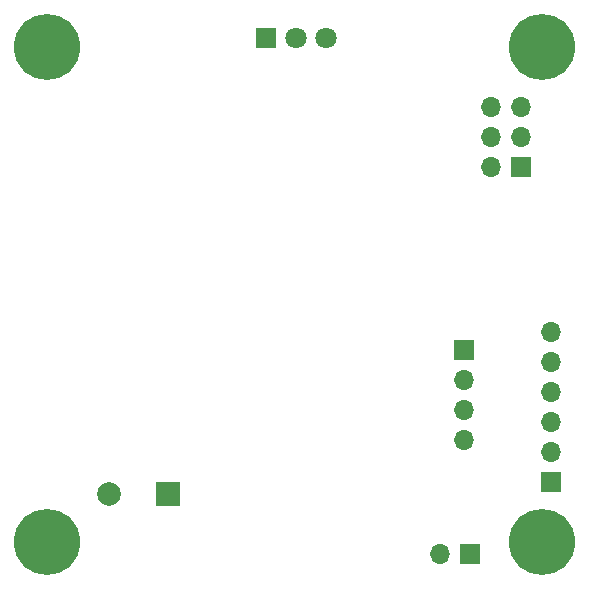
<source format=gbr>
%TF.GenerationSoftware,KiCad,Pcbnew,(6.0.7)*%
%TF.CreationDate,2023-04-08T23:37:57+02:00*%
%TF.ProjectId,hb-uni-644_328P_small,68622d75-6e69-42d3-9634-345f33323850,rev?*%
%TF.SameCoordinates,Original*%
%TF.FileFunction,Soldermask,Bot*%
%TF.FilePolarity,Negative*%
%FSLAX46Y46*%
G04 Gerber Fmt 4.6, Leading zero omitted, Abs format (unit mm)*
G04 Created by KiCad (PCBNEW (6.0.7)) date 2023-04-08 23:37:57*
%MOMM*%
%LPD*%
G01*
G04 APERTURE LIST*
%ADD10C,5.600000*%
%ADD11R,1.700000X1.700000*%
%ADD12O,1.700000X1.700000*%
%ADD13R,2.000000X2.000000*%
%ADD14C,2.000000*%
%ADD15R,1.800000X1.800000*%
%ADD16C,1.800000*%
G04 APERTURE END LIST*
D10*
%TO.C,REF6*%
X30988000Y-92964000D03*
%TD*%
D11*
%TO.C,J6*%
X66294000Y-76718000D03*
D12*
X66294000Y-79258000D03*
X66294000Y-81798000D03*
X66294000Y-84338000D03*
%TD*%
D10*
%TO.C,REF2*%
X30988000Y-51054000D03*
%TD*%
%TO.C,REF7*%
X72898000Y-92964000D03*
%TD*%
%TO.C,REF4*%
X72898000Y-51054000D03*
%TD*%
D11*
%TO.C,J3*%
X66807000Y-93980000D03*
D12*
X64267000Y-93980000D03*
%TD*%
D13*
%TO.C,C12*%
X41229700Y-88900000D03*
D14*
X36229700Y-88900000D03*
%TD*%
D11*
%TO.C,J5*%
X71125000Y-61199000D03*
D12*
X68585000Y-61199000D03*
X71125000Y-58659000D03*
X68585000Y-58659000D03*
X71125000Y-56119000D03*
X68585000Y-56119000D03*
%TD*%
D11*
%TO.C,J4*%
X73660000Y-87884000D03*
D12*
X73660000Y-85344000D03*
X73660000Y-82804000D03*
X73660000Y-80264000D03*
X73660000Y-77724000D03*
X73660000Y-75184000D03*
%TD*%
D15*
%TO.C,D1*%
X49520000Y-50292000D03*
D16*
X52060000Y-50292000D03*
X54600000Y-50292000D03*
%TD*%
M02*

</source>
